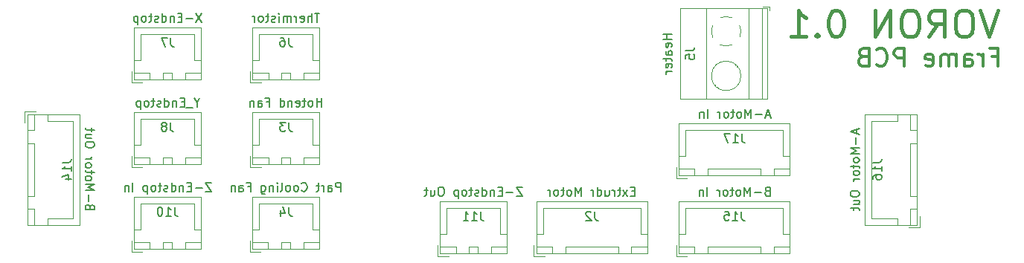
<source format=gbr>
%TF.GenerationSoftware,KiCad,Pcbnew,(6.0.0)*%
%TF.CreationDate,2022-01-12T18:20:28+01:00*%
%TF.ProjectId,Frame_PCB,4672616d-655f-4504-9342-2e6b69636164,rev?*%
%TF.SameCoordinates,Original*%
%TF.FileFunction,Legend,Bot*%
%TF.FilePolarity,Positive*%
%FSLAX46Y46*%
G04 Gerber Fmt 4.6, Leading zero omitted, Abs format (unit mm)*
G04 Created by KiCad (PCBNEW (6.0.0)) date 2022-01-12 18:20:28*
%MOMM*%
%LPD*%
G01*
G04 APERTURE LIST*
%ADD10C,0.150000*%
%ADD11C,0.450000*%
%ADD12C,0.300000*%
%ADD13C,0.120000*%
G04 APERTURE END LIST*
D10*
X56383428Y-106293904D02*
X56335809Y-106151047D01*
X56288190Y-106103428D01*
X56192952Y-106055809D01*
X56050095Y-106055809D01*
X55954857Y-106103428D01*
X55907238Y-106151047D01*
X55859619Y-106246285D01*
X55859619Y-106627238D01*
X56859619Y-106627238D01*
X56859619Y-106293904D01*
X56812000Y-106198666D01*
X56764380Y-106151047D01*
X56669142Y-106103428D01*
X56573904Y-106103428D01*
X56478666Y-106151047D01*
X56431047Y-106198666D01*
X56383428Y-106293904D01*
X56383428Y-106627238D01*
X56240571Y-105627238D02*
X56240571Y-104865333D01*
X55859619Y-104389142D02*
X56859619Y-104389142D01*
X56145333Y-104055809D01*
X56859619Y-103722476D01*
X55859619Y-103722476D01*
X55859619Y-103103428D02*
X55907238Y-103198666D01*
X55954857Y-103246285D01*
X56050095Y-103293904D01*
X56335809Y-103293904D01*
X56431047Y-103246285D01*
X56478666Y-103198666D01*
X56526285Y-103103428D01*
X56526285Y-102960571D01*
X56478666Y-102865333D01*
X56431047Y-102817714D01*
X56335809Y-102770095D01*
X56050095Y-102770095D01*
X55954857Y-102817714D01*
X55907238Y-102865333D01*
X55859619Y-102960571D01*
X55859619Y-103103428D01*
X56526285Y-102484380D02*
X56526285Y-102103428D01*
X56859619Y-102341523D02*
X56002476Y-102341523D01*
X55907238Y-102293904D01*
X55859619Y-102198666D01*
X55859619Y-102103428D01*
X55859619Y-101627238D02*
X55907238Y-101722476D01*
X55954857Y-101770095D01*
X56050095Y-101817714D01*
X56335809Y-101817714D01*
X56431047Y-101770095D01*
X56478666Y-101722476D01*
X56526285Y-101627238D01*
X56526285Y-101484380D01*
X56478666Y-101389142D01*
X56431047Y-101341523D01*
X56335809Y-101293904D01*
X56050095Y-101293904D01*
X55954857Y-101341523D01*
X55907238Y-101389142D01*
X55859619Y-101484380D01*
X55859619Y-101627238D01*
X55859619Y-100865333D02*
X56526285Y-100865333D01*
X56335809Y-100865333D02*
X56431047Y-100817714D01*
X56478666Y-100770095D01*
X56526285Y-100674857D01*
X56526285Y-100579619D01*
X56859619Y-99293904D02*
X56859619Y-99103428D01*
X56812000Y-99008190D01*
X56716761Y-98912952D01*
X56526285Y-98865333D01*
X56192952Y-98865333D01*
X56002476Y-98912952D01*
X55907238Y-99008190D01*
X55859619Y-99103428D01*
X55859619Y-99293904D01*
X55907238Y-99389142D01*
X56002476Y-99484380D01*
X56192952Y-99532000D01*
X56526285Y-99532000D01*
X56716761Y-99484380D01*
X56812000Y-99389142D01*
X56859619Y-99293904D01*
X56526285Y-98008190D02*
X55859619Y-98008190D01*
X56526285Y-98436761D02*
X56002476Y-98436761D01*
X55907238Y-98389142D01*
X55859619Y-98293904D01*
X55859619Y-98151047D01*
X55907238Y-98055809D01*
X55954857Y-98008190D01*
X56526285Y-97674857D02*
X56526285Y-97293904D01*
X56859619Y-97532000D02*
X56002476Y-97532000D01*
X55907238Y-97484380D01*
X55859619Y-97389142D01*
X55859619Y-97293904D01*
X122550380Y-86628523D02*
X121550380Y-86628523D01*
X122026571Y-86628523D02*
X122026571Y-87199952D01*
X122550380Y-87199952D02*
X121550380Y-87199952D01*
X122502761Y-88057095D02*
X122550380Y-87961857D01*
X122550380Y-87771380D01*
X122502761Y-87676142D01*
X122407523Y-87628523D01*
X122026571Y-87628523D01*
X121931333Y-87676142D01*
X121883714Y-87771380D01*
X121883714Y-87961857D01*
X121931333Y-88057095D01*
X122026571Y-88104714D01*
X122121809Y-88104714D01*
X122217047Y-87628523D01*
X122550380Y-88961857D02*
X122026571Y-88961857D01*
X121931333Y-88914238D01*
X121883714Y-88819000D01*
X121883714Y-88628523D01*
X121931333Y-88533285D01*
X122502761Y-88961857D02*
X122550380Y-88866619D01*
X122550380Y-88628523D01*
X122502761Y-88533285D01*
X122407523Y-88485666D01*
X122312285Y-88485666D01*
X122217047Y-88533285D01*
X122169428Y-88628523D01*
X122169428Y-88866619D01*
X122121809Y-88961857D01*
X121883714Y-89295190D02*
X121883714Y-89676142D01*
X121550380Y-89438047D02*
X122407523Y-89438047D01*
X122502761Y-89485666D01*
X122550380Y-89580904D01*
X122550380Y-89676142D01*
X122502761Y-90390428D02*
X122550380Y-90295190D01*
X122550380Y-90104714D01*
X122502761Y-90009476D01*
X122407523Y-89961857D01*
X122026571Y-89961857D01*
X121931333Y-90009476D01*
X121883714Y-90104714D01*
X121883714Y-90295190D01*
X121931333Y-90390428D01*
X122026571Y-90438047D01*
X122121809Y-90438047D01*
X122217047Y-89961857D01*
X122550380Y-90866619D02*
X121883714Y-90866619D01*
X122074190Y-90866619D02*
X121978952Y-90914238D01*
X121931333Y-90961857D01*
X121883714Y-91057095D01*
X121883714Y-91152333D01*
X70178190Y-103516380D02*
X69511523Y-103516380D01*
X70178190Y-104516380D01*
X69511523Y-104516380D01*
X69130571Y-104135428D02*
X68368666Y-104135428D01*
X67892476Y-103992571D02*
X67559142Y-103992571D01*
X67416285Y-104516380D02*
X67892476Y-104516380D01*
X67892476Y-103516380D01*
X67416285Y-103516380D01*
X66987714Y-103849714D02*
X66987714Y-104516380D01*
X66987714Y-103944952D02*
X66940095Y-103897333D01*
X66844857Y-103849714D01*
X66702000Y-103849714D01*
X66606761Y-103897333D01*
X66559142Y-103992571D01*
X66559142Y-104516380D01*
X65654380Y-104516380D02*
X65654380Y-103516380D01*
X65654380Y-104468761D02*
X65749619Y-104516380D01*
X65940095Y-104516380D01*
X66035333Y-104468761D01*
X66082952Y-104421142D01*
X66130571Y-104325904D01*
X66130571Y-104040190D01*
X66082952Y-103944952D01*
X66035333Y-103897333D01*
X65940095Y-103849714D01*
X65749619Y-103849714D01*
X65654380Y-103897333D01*
X65225809Y-104468761D02*
X65130571Y-104516380D01*
X64940095Y-104516380D01*
X64844857Y-104468761D01*
X64797238Y-104373523D01*
X64797238Y-104325904D01*
X64844857Y-104230666D01*
X64940095Y-104183047D01*
X65082952Y-104183047D01*
X65178190Y-104135428D01*
X65225809Y-104040190D01*
X65225809Y-103992571D01*
X65178190Y-103897333D01*
X65082952Y-103849714D01*
X64940095Y-103849714D01*
X64844857Y-103897333D01*
X64511523Y-103849714D02*
X64130571Y-103849714D01*
X64368666Y-103516380D02*
X64368666Y-104373523D01*
X64321047Y-104468761D01*
X64225809Y-104516380D01*
X64130571Y-104516380D01*
X63654380Y-104516380D02*
X63749619Y-104468761D01*
X63797238Y-104421142D01*
X63844857Y-104325904D01*
X63844857Y-104040190D01*
X63797238Y-103944952D01*
X63749619Y-103897333D01*
X63654380Y-103849714D01*
X63511523Y-103849714D01*
X63416285Y-103897333D01*
X63368666Y-103944952D01*
X63321047Y-104040190D01*
X63321047Y-104325904D01*
X63368666Y-104421142D01*
X63416285Y-104468761D01*
X63511523Y-104516380D01*
X63654380Y-104516380D01*
X62892476Y-103849714D02*
X62892476Y-104849714D01*
X62892476Y-103897333D02*
X62797238Y-103849714D01*
X62606761Y-103849714D01*
X62511523Y-103897333D01*
X62463904Y-103944952D01*
X62416285Y-104040190D01*
X62416285Y-104325904D01*
X62463904Y-104421142D01*
X62511523Y-104468761D01*
X62606761Y-104516380D01*
X62797238Y-104516380D01*
X62892476Y-104468761D01*
X61225809Y-104516380D02*
X61225809Y-103516380D01*
X60749619Y-103849714D02*
X60749619Y-104516380D01*
X60749619Y-103944952D02*
X60702000Y-103897333D01*
X60606761Y-103849714D01*
X60463904Y-103849714D01*
X60368666Y-103897333D01*
X60321047Y-103992571D01*
X60321047Y-104516380D01*
X143600666Y-97460571D02*
X143600666Y-97936761D01*
X143886380Y-97365333D02*
X142886380Y-97698666D01*
X143886380Y-98032000D01*
X143505428Y-98365333D02*
X143505428Y-99127238D01*
X143886380Y-99603428D02*
X142886380Y-99603428D01*
X143600666Y-99936761D01*
X142886380Y-100270095D01*
X143886380Y-100270095D01*
X143886380Y-100889142D02*
X143838761Y-100793904D01*
X143791142Y-100746285D01*
X143695904Y-100698666D01*
X143410190Y-100698666D01*
X143314952Y-100746285D01*
X143267333Y-100793904D01*
X143219714Y-100889142D01*
X143219714Y-101032000D01*
X143267333Y-101127238D01*
X143314952Y-101174857D01*
X143410190Y-101222476D01*
X143695904Y-101222476D01*
X143791142Y-101174857D01*
X143838761Y-101127238D01*
X143886380Y-101032000D01*
X143886380Y-100889142D01*
X143219714Y-101508190D02*
X143219714Y-101889142D01*
X142886380Y-101651047D02*
X143743523Y-101651047D01*
X143838761Y-101698666D01*
X143886380Y-101793904D01*
X143886380Y-101889142D01*
X143886380Y-102365333D02*
X143838761Y-102270095D01*
X143791142Y-102222476D01*
X143695904Y-102174857D01*
X143410190Y-102174857D01*
X143314952Y-102222476D01*
X143267333Y-102270095D01*
X143219714Y-102365333D01*
X143219714Y-102508190D01*
X143267333Y-102603428D01*
X143314952Y-102651047D01*
X143410190Y-102698666D01*
X143695904Y-102698666D01*
X143791142Y-102651047D01*
X143838761Y-102603428D01*
X143886380Y-102508190D01*
X143886380Y-102365333D01*
X143886380Y-103127238D02*
X143219714Y-103127238D01*
X143410190Y-103127238D02*
X143314952Y-103174857D01*
X143267333Y-103222476D01*
X143219714Y-103317714D01*
X143219714Y-103412952D01*
X142886380Y-104698666D02*
X142886380Y-104889142D01*
X142934000Y-104984380D01*
X143029238Y-105079619D01*
X143219714Y-105127238D01*
X143553047Y-105127238D01*
X143743523Y-105079619D01*
X143838761Y-104984380D01*
X143886380Y-104889142D01*
X143886380Y-104698666D01*
X143838761Y-104603428D01*
X143743523Y-104508190D01*
X143553047Y-104460571D01*
X143219714Y-104460571D01*
X143029238Y-104508190D01*
X142934000Y-104603428D01*
X142886380Y-104698666D01*
X143219714Y-105984380D02*
X143886380Y-105984380D01*
X143219714Y-105555809D02*
X143743523Y-105555809D01*
X143838761Y-105603428D01*
X143886380Y-105698666D01*
X143886380Y-105841523D01*
X143838761Y-105936761D01*
X143791142Y-105984380D01*
X143219714Y-106317714D02*
X143219714Y-106698666D01*
X142886380Y-106460571D02*
X143743523Y-106460571D01*
X143838761Y-106508190D01*
X143886380Y-106603428D01*
X143886380Y-106698666D01*
D11*
X159680571Y-83879142D02*
X158680571Y-86879142D01*
X157680571Y-83879142D01*
X156109142Y-83879142D02*
X155537714Y-83879142D01*
X155252000Y-84022000D01*
X154966285Y-84307714D01*
X154823428Y-84879142D01*
X154823428Y-85879142D01*
X154966285Y-86450571D01*
X155252000Y-86736285D01*
X155537714Y-86879142D01*
X156109142Y-86879142D01*
X156394857Y-86736285D01*
X156680571Y-86450571D01*
X156823428Y-85879142D01*
X156823428Y-84879142D01*
X156680571Y-84307714D01*
X156394857Y-84022000D01*
X156109142Y-83879142D01*
X151823428Y-86879142D02*
X152823428Y-85450571D01*
X153537714Y-86879142D02*
X153537714Y-83879142D01*
X152394857Y-83879142D01*
X152109142Y-84022000D01*
X151966285Y-84164857D01*
X151823428Y-84450571D01*
X151823428Y-84879142D01*
X151966285Y-85164857D01*
X152109142Y-85307714D01*
X152394857Y-85450571D01*
X153537714Y-85450571D01*
X149966285Y-83879142D02*
X149394857Y-83879142D01*
X149109142Y-84022000D01*
X148823428Y-84307714D01*
X148680571Y-84879142D01*
X148680571Y-85879142D01*
X148823428Y-86450571D01*
X149109142Y-86736285D01*
X149394857Y-86879142D01*
X149966285Y-86879142D01*
X150252000Y-86736285D01*
X150537714Y-86450571D01*
X150680571Y-85879142D01*
X150680571Y-84879142D01*
X150537714Y-84307714D01*
X150252000Y-84022000D01*
X149966285Y-83879142D01*
X147394857Y-86879142D02*
X147394857Y-83879142D01*
X145680571Y-86879142D01*
X145680571Y-83879142D01*
X141394857Y-83879142D02*
X141109142Y-83879142D01*
X140823428Y-84022000D01*
X140680571Y-84164857D01*
X140537714Y-84450571D01*
X140394857Y-85022000D01*
X140394857Y-85736285D01*
X140537714Y-86307714D01*
X140680571Y-86593428D01*
X140823428Y-86736285D01*
X141109142Y-86879142D01*
X141394857Y-86879142D01*
X141680571Y-86736285D01*
X141823428Y-86593428D01*
X141966285Y-86307714D01*
X142109142Y-85736285D01*
X142109142Y-85022000D01*
X141966285Y-84450571D01*
X141823428Y-84164857D01*
X141680571Y-84022000D01*
X141394857Y-83879142D01*
X139109142Y-86593428D02*
X138966285Y-86736285D01*
X139109142Y-86879142D01*
X139252000Y-86736285D01*
X139109142Y-86593428D01*
X139109142Y-86879142D01*
X136109142Y-86879142D02*
X137823428Y-86879142D01*
X136966285Y-86879142D02*
X136966285Y-83879142D01*
X137252000Y-84307714D01*
X137537714Y-84593428D01*
X137823428Y-84736285D01*
D10*
X82497333Y-84212380D02*
X81925904Y-84212380D01*
X82211619Y-85212380D02*
X82211619Y-84212380D01*
X81592571Y-85212380D02*
X81592571Y-84212380D01*
X81164000Y-85212380D02*
X81164000Y-84688571D01*
X81211619Y-84593333D01*
X81306857Y-84545714D01*
X81449714Y-84545714D01*
X81544952Y-84593333D01*
X81592571Y-84640952D01*
X80306857Y-85164761D02*
X80402095Y-85212380D01*
X80592571Y-85212380D01*
X80687809Y-85164761D01*
X80735428Y-85069523D01*
X80735428Y-84688571D01*
X80687809Y-84593333D01*
X80592571Y-84545714D01*
X80402095Y-84545714D01*
X80306857Y-84593333D01*
X80259238Y-84688571D01*
X80259238Y-84783809D01*
X80735428Y-84879047D01*
X79830666Y-85212380D02*
X79830666Y-84545714D01*
X79830666Y-84736190D02*
X79783047Y-84640952D01*
X79735428Y-84593333D01*
X79640190Y-84545714D01*
X79544952Y-84545714D01*
X79211619Y-85212380D02*
X79211619Y-84545714D01*
X79211619Y-84640952D02*
X79164000Y-84593333D01*
X79068761Y-84545714D01*
X78925904Y-84545714D01*
X78830666Y-84593333D01*
X78783047Y-84688571D01*
X78783047Y-85212380D01*
X78783047Y-84688571D02*
X78735428Y-84593333D01*
X78640190Y-84545714D01*
X78497333Y-84545714D01*
X78402095Y-84593333D01*
X78354476Y-84688571D01*
X78354476Y-85212380D01*
X77878285Y-85212380D02*
X77878285Y-84545714D01*
X77878285Y-84212380D02*
X77925904Y-84260000D01*
X77878285Y-84307619D01*
X77830666Y-84260000D01*
X77878285Y-84212380D01*
X77878285Y-84307619D01*
X77449714Y-85164761D02*
X77354476Y-85212380D01*
X77164000Y-85212380D01*
X77068761Y-85164761D01*
X77021142Y-85069523D01*
X77021142Y-85021904D01*
X77068761Y-84926666D01*
X77164000Y-84879047D01*
X77306857Y-84879047D01*
X77402095Y-84831428D01*
X77449714Y-84736190D01*
X77449714Y-84688571D01*
X77402095Y-84593333D01*
X77306857Y-84545714D01*
X77164000Y-84545714D01*
X77068761Y-84593333D01*
X76735428Y-84545714D02*
X76354476Y-84545714D01*
X76592571Y-84212380D02*
X76592571Y-85069523D01*
X76544952Y-85164761D01*
X76449714Y-85212380D01*
X76354476Y-85212380D01*
X75878285Y-85212380D02*
X75973523Y-85164761D01*
X76021142Y-85117142D01*
X76068761Y-85021904D01*
X76068761Y-84736190D01*
X76021142Y-84640952D01*
X75973523Y-84593333D01*
X75878285Y-84545714D01*
X75735428Y-84545714D01*
X75640190Y-84593333D01*
X75592571Y-84640952D01*
X75544952Y-84736190D01*
X75544952Y-85021904D01*
X75592571Y-85117142D01*
X75640190Y-85164761D01*
X75735428Y-85212380D01*
X75878285Y-85212380D01*
X75116380Y-85212380D02*
X75116380Y-84545714D01*
X75116380Y-84736190D02*
X75068761Y-84640952D01*
X75021142Y-84593333D01*
X74925904Y-84545714D01*
X74830666Y-84545714D01*
X82735428Y-94864380D02*
X82735428Y-93864380D01*
X82735428Y-94340571D02*
X82164000Y-94340571D01*
X82164000Y-94864380D02*
X82164000Y-93864380D01*
X81544952Y-94864380D02*
X81640190Y-94816761D01*
X81687809Y-94769142D01*
X81735428Y-94673904D01*
X81735428Y-94388190D01*
X81687809Y-94292952D01*
X81640190Y-94245333D01*
X81544952Y-94197714D01*
X81402095Y-94197714D01*
X81306857Y-94245333D01*
X81259238Y-94292952D01*
X81211619Y-94388190D01*
X81211619Y-94673904D01*
X81259238Y-94769142D01*
X81306857Y-94816761D01*
X81402095Y-94864380D01*
X81544952Y-94864380D01*
X80925904Y-94197714D02*
X80544952Y-94197714D01*
X80783047Y-93864380D02*
X80783047Y-94721523D01*
X80735428Y-94816761D01*
X80640190Y-94864380D01*
X80544952Y-94864380D01*
X79830666Y-94816761D02*
X79925904Y-94864380D01*
X80116380Y-94864380D01*
X80211619Y-94816761D01*
X80259238Y-94721523D01*
X80259238Y-94340571D01*
X80211619Y-94245333D01*
X80116380Y-94197714D01*
X79925904Y-94197714D01*
X79830666Y-94245333D01*
X79783047Y-94340571D01*
X79783047Y-94435809D01*
X80259238Y-94531047D01*
X79354476Y-94197714D02*
X79354476Y-94864380D01*
X79354476Y-94292952D02*
X79306857Y-94245333D01*
X79211619Y-94197714D01*
X79068761Y-94197714D01*
X78973523Y-94245333D01*
X78925904Y-94340571D01*
X78925904Y-94864380D01*
X78021142Y-94864380D02*
X78021142Y-93864380D01*
X78021142Y-94816761D02*
X78116380Y-94864380D01*
X78306857Y-94864380D01*
X78402095Y-94816761D01*
X78449714Y-94769142D01*
X78497333Y-94673904D01*
X78497333Y-94388190D01*
X78449714Y-94292952D01*
X78402095Y-94245333D01*
X78306857Y-94197714D01*
X78116380Y-94197714D01*
X78021142Y-94245333D01*
X76449714Y-94340571D02*
X76783047Y-94340571D01*
X76783047Y-94864380D02*
X76783047Y-93864380D01*
X76306857Y-93864380D01*
X75497333Y-94864380D02*
X75497333Y-94340571D01*
X75544952Y-94245333D01*
X75640190Y-94197714D01*
X75830666Y-94197714D01*
X75925904Y-94245333D01*
X75497333Y-94816761D02*
X75592571Y-94864380D01*
X75830666Y-94864380D01*
X75925904Y-94816761D01*
X75973523Y-94721523D01*
X75973523Y-94626285D01*
X75925904Y-94531047D01*
X75830666Y-94483428D01*
X75592571Y-94483428D01*
X75497333Y-94435809D01*
X75021142Y-94197714D02*
X75021142Y-94864380D01*
X75021142Y-94292952D02*
X74973523Y-94245333D01*
X74878285Y-94197714D01*
X74735428Y-94197714D01*
X74640190Y-94245333D01*
X74592571Y-94340571D01*
X74592571Y-94864380D01*
X133408476Y-104500571D02*
X133265619Y-104548190D01*
X133218000Y-104595809D01*
X133170380Y-104691047D01*
X133170380Y-104833904D01*
X133218000Y-104929142D01*
X133265619Y-104976761D01*
X133360857Y-105024380D01*
X133741809Y-105024380D01*
X133741809Y-104024380D01*
X133408476Y-104024380D01*
X133313238Y-104072000D01*
X133265619Y-104119619D01*
X133218000Y-104214857D01*
X133218000Y-104310095D01*
X133265619Y-104405333D01*
X133313238Y-104452952D01*
X133408476Y-104500571D01*
X133741809Y-104500571D01*
X132741809Y-104643428D02*
X131979904Y-104643428D01*
X131503714Y-105024380D02*
X131503714Y-104024380D01*
X131170380Y-104738666D01*
X130837047Y-104024380D01*
X130837047Y-105024380D01*
X130218000Y-105024380D02*
X130313238Y-104976761D01*
X130360857Y-104929142D01*
X130408476Y-104833904D01*
X130408476Y-104548190D01*
X130360857Y-104452952D01*
X130313238Y-104405333D01*
X130218000Y-104357714D01*
X130075142Y-104357714D01*
X129979904Y-104405333D01*
X129932285Y-104452952D01*
X129884666Y-104548190D01*
X129884666Y-104833904D01*
X129932285Y-104929142D01*
X129979904Y-104976761D01*
X130075142Y-105024380D01*
X130218000Y-105024380D01*
X129598952Y-104357714D02*
X129218000Y-104357714D01*
X129456095Y-104024380D02*
X129456095Y-104881523D01*
X129408476Y-104976761D01*
X129313238Y-105024380D01*
X129218000Y-105024380D01*
X128741809Y-105024380D02*
X128837047Y-104976761D01*
X128884666Y-104929142D01*
X128932285Y-104833904D01*
X128932285Y-104548190D01*
X128884666Y-104452952D01*
X128837047Y-104405333D01*
X128741809Y-104357714D01*
X128598952Y-104357714D01*
X128503714Y-104405333D01*
X128456095Y-104452952D01*
X128408476Y-104548190D01*
X128408476Y-104833904D01*
X128456095Y-104929142D01*
X128503714Y-104976761D01*
X128598952Y-105024380D01*
X128741809Y-105024380D01*
X127979904Y-105024380D02*
X127979904Y-104357714D01*
X127979904Y-104548190D02*
X127932285Y-104452952D01*
X127884666Y-104405333D01*
X127789428Y-104357714D01*
X127694190Y-104357714D01*
X126598952Y-105024380D02*
X126598952Y-104024380D01*
X126122761Y-104357714D02*
X126122761Y-105024380D01*
X126122761Y-104452952D02*
X126075142Y-104405333D01*
X125979904Y-104357714D01*
X125837047Y-104357714D01*
X125741809Y-104405333D01*
X125694190Y-104500571D01*
X125694190Y-105024380D01*
X118342952Y-104500571D02*
X118009619Y-104500571D01*
X117866761Y-105024380D02*
X118342952Y-105024380D01*
X118342952Y-104024380D01*
X117866761Y-104024380D01*
X117533428Y-105024380D02*
X117009619Y-104357714D01*
X117533428Y-104357714D02*
X117009619Y-105024380D01*
X116771523Y-104357714D02*
X116390571Y-104357714D01*
X116628666Y-104024380D02*
X116628666Y-104881523D01*
X116581047Y-104976761D01*
X116485809Y-105024380D01*
X116390571Y-105024380D01*
X116057238Y-105024380D02*
X116057238Y-104357714D01*
X116057238Y-104548190D02*
X116009619Y-104452952D01*
X115962000Y-104405333D01*
X115866761Y-104357714D01*
X115771523Y-104357714D01*
X115009619Y-104357714D02*
X115009619Y-105024380D01*
X115438190Y-104357714D02*
X115438190Y-104881523D01*
X115390571Y-104976761D01*
X115295333Y-105024380D01*
X115152476Y-105024380D01*
X115057238Y-104976761D01*
X115009619Y-104929142D01*
X114104857Y-105024380D02*
X114104857Y-104024380D01*
X114104857Y-104976761D02*
X114200095Y-105024380D01*
X114390571Y-105024380D01*
X114485809Y-104976761D01*
X114533428Y-104929142D01*
X114581047Y-104833904D01*
X114581047Y-104548190D01*
X114533428Y-104452952D01*
X114485809Y-104405333D01*
X114390571Y-104357714D01*
X114200095Y-104357714D01*
X114104857Y-104405333D01*
X113628666Y-105024380D02*
X113628666Y-104357714D01*
X113628666Y-104548190D02*
X113581047Y-104452952D01*
X113533428Y-104405333D01*
X113438190Y-104357714D01*
X113342952Y-104357714D01*
X112247714Y-105024380D02*
X112247714Y-104024380D01*
X111914380Y-104738666D01*
X111581047Y-104024380D01*
X111581047Y-105024380D01*
X110962000Y-105024380D02*
X111057238Y-104976761D01*
X111104857Y-104929142D01*
X111152476Y-104833904D01*
X111152476Y-104548190D01*
X111104857Y-104452952D01*
X111057238Y-104405333D01*
X110962000Y-104357714D01*
X110819142Y-104357714D01*
X110723904Y-104405333D01*
X110676285Y-104452952D01*
X110628666Y-104548190D01*
X110628666Y-104833904D01*
X110676285Y-104929142D01*
X110723904Y-104976761D01*
X110819142Y-105024380D01*
X110962000Y-105024380D01*
X110342952Y-104357714D02*
X109962000Y-104357714D01*
X110200095Y-104024380D02*
X110200095Y-104881523D01*
X110152476Y-104976761D01*
X110057238Y-105024380D01*
X109962000Y-105024380D01*
X109485809Y-105024380D02*
X109581047Y-104976761D01*
X109628666Y-104929142D01*
X109676285Y-104833904D01*
X109676285Y-104548190D01*
X109628666Y-104452952D01*
X109581047Y-104405333D01*
X109485809Y-104357714D01*
X109342952Y-104357714D01*
X109247714Y-104405333D01*
X109200095Y-104452952D01*
X109152476Y-104548190D01*
X109152476Y-104833904D01*
X109200095Y-104929142D01*
X109247714Y-104976761D01*
X109342952Y-105024380D01*
X109485809Y-105024380D01*
X108723904Y-105024380D02*
X108723904Y-104357714D01*
X108723904Y-104548190D02*
X108676285Y-104452952D01*
X108628666Y-104405333D01*
X108533428Y-104357714D01*
X108438190Y-104357714D01*
X105547619Y-104024380D02*
X104880952Y-104024380D01*
X105547619Y-105024380D01*
X104880952Y-105024380D01*
X104500000Y-104643428D02*
X103738095Y-104643428D01*
X103261904Y-104500571D02*
X102928571Y-104500571D01*
X102785714Y-105024380D02*
X103261904Y-105024380D01*
X103261904Y-104024380D01*
X102785714Y-104024380D01*
X102357142Y-104357714D02*
X102357142Y-105024380D01*
X102357142Y-104452952D02*
X102309523Y-104405333D01*
X102214285Y-104357714D01*
X102071428Y-104357714D01*
X101976190Y-104405333D01*
X101928571Y-104500571D01*
X101928571Y-105024380D01*
X101023809Y-105024380D02*
X101023809Y-104024380D01*
X101023809Y-104976761D02*
X101119047Y-105024380D01*
X101309523Y-105024380D01*
X101404761Y-104976761D01*
X101452380Y-104929142D01*
X101500000Y-104833904D01*
X101500000Y-104548190D01*
X101452380Y-104452952D01*
X101404761Y-104405333D01*
X101309523Y-104357714D01*
X101119047Y-104357714D01*
X101023809Y-104405333D01*
X100595238Y-104976761D02*
X100500000Y-105024380D01*
X100309523Y-105024380D01*
X100214285Y-104976761D01*
X100166666Y-104881523D01*
X100166666Y-104833904D01*
X100214285Y-104738666D01*
X100309523Y-104691047D01*
X100452380Y-104691047D01*
X100547619Y-104643428D01*
X100595238Y-104548190D01*
X100595238Y-104500571D01*
X100547619Y-104405333D01*
X100452380Y-104357714D01*
X100309523Y-104357714D01*
X100214285Y-104405333D01*
X99880952Y-104357714D02*
X99500000Y-104357714D01*
X99738095Y-104024380D02*
X99738095Y-104881523D01*
X99690476Y-104976761D01*
X99595238Y-105024380D01*
X99500000Y-105024380D01*
X99023809Y-105024380D02*
X99119047Y-104976761D01*
X99166666Y-104929142D01*
X99214285Y-104833904D01*
X99214285Y-104548190D01*
X99166666Y-104452952D01*
X99119047Y-104405333D01*
X99023809Y-104357714D01*
X98880952Y-104357714D01*
X98785714Y-104405333D01*
X98738095Y-104452952D01*
X98690476Y-104548190D01*
X98690476Y-104833904D01*
X98738095Y-104929142D01*
X98785714Y-104976761D01*
X98880952Y-105024380D01*
X99023809Y-105024380D01*
X98261904Y-104357714D02*
X98261904Y-105357714D01*
X98261904Y-104405333D02*
X98166666Y-104357714D01*
X97976190Y-104357714D01*
X97880952Y-104405333D01*
X97833333Y-104452952D01*
X97785714Y-104548190D01*
X97785714Y-104833904D01*
X97833333Y-104929142D01*
X97880952Y-104976761D01*
X97976190Y-105024380D01*
X98166666Y-105024380D01*
X98261904Y-104976761D01*
X96404761Y-104024380D02*
X96214285Y-104024380D01*
X96119047Y-104072000D01*
X96023809Y-104167238D01*
X95976190Y-104357714D01*
X95976190Y-104691047D01*
X96023809Y-104881523D01*
X96119047Y-104976761D01*
X96214285Y-105024380D01*
X96404761Y-105024380D01*
X96500000Y-104976761D01*
X96595238Y-104881523D01*
X96642857Y-104691047D01*
X96642857Y-104357714D01*
X96595238Y-104167238D01*
X96500000Y-104072000D01*
X96404761Y-104024380D01*
X95119047Y-104357714D02*
X95119047Y-105024380D01*
X95547619Y-104357714D02*
X95547619Y-104881523D01*
X95500000Y-104976761D01*
X95404761Y-105024380D01*
X95261904Y-105024380D01*
X95166666Y-104976761D01*
X95119047Y-104929142D01*
X94785714Y-104357714D02*
X94404761Y-104357714D01*
X94642857Y-104024380D02*
X94642857Y-104881523D01*
X94595238Y-104976761D01*
X94500000Y-105024380D01*
X94404761Y-105024380D01*
X68535333Y-94388190D02*
X68535333Y-94864380D01*
X68868666Y-93864380D02*
X68535333Y-94388190D01*
X68202000Y-93864380D01*
X68106761Y-94959619D02*
X67344857Y-94959619D01*
X67106761Y-94340571D02*
X66773428Y-94340571D01*
X66630571Y-94864380D02*
X67106761Y-94864380D01*
X67106761Y-93864380D01*
X66630571Y-93864380D01*
X66202000Y-94197714D02*
X66202000Y-94864380D01*
X66202000Y-94292952D02*
X66154380Y-94245333D01*
X66059142Y-94197714D01*
X65916285Y-94197714D01*
X65821047Y-94245333D01*
X65773428Y-94340571D01*
X65773428Y-94864380D01*
X64868666Y-94864380D02*
X64868666Y-93864380D01*
X64868666Y-94816761D02*
X64963904Y-94864380D01*
X65154380Y-94864380D01*
X65249619Y-94816761D01*
X65297238Y-94769142D01*
X65344857Y-94673904D01*
X65344857Y-94388190D01*
X65297238Y-94292952D01*
X65249619Y-94245333D01*
X65154380Y-94197714D01*
X64963904Y-94197714D01*
X64868666Y-94245333D01*
X64440095Y-94816761D02*
X64344857Y-94864380D01*
X64154380Y-94864380D01*
X64059142Y-94816761D01*
X64011523Y-94721523D01*
X64011523Y-94673904D01*
X64059142Y-94578666D01*
X64154380Y-94531047D01*
X64297238Y-94531047D01*
X64392476Y-94483428D01*
X64440095Y-94388190D01*
X64440095Y-94340571D01*
X64392476Y-94245333D01*
X64297238Y-94197714D01*
X64154380Y-94197714D01*
X64059142Y-94245333D01*
X63725809Y-94197714D02*
X63344857Y-94197714D01*
X63582952Y-93864380D02*
X63582952Y-94721523D01*
X63535333Y-94816761D01*
X63440095Y-94864380D01*
X63344857Y-94864380D01*
X62868666Y-94864380D02*
X62963904Y-94816761D01*
X63011523Y-94769142D01*
X63059142Y-94673904D01*
X63059142Y-94388190D01*
X63011523Y-94292952D01*
X62963904Y-94245333D01*
X62868666Y-94197714D01*
X62725809Y-94197714D01*
X62630571Y-94245333D01*
X62582952Y-94292952D01*
X62535333Y-94388190D01*
X62535333Y-94673904D01*
X62582952Y-94769142D01*
X62630571Y-94816761D01*
X62725809Y-94864380D01*
X62868666Y-94864380D01*
X62106761Y-94197714D02*
X62106761Y-95197714D01*
X62106761Y-94245333D02*
X62011523Y-94197714D01*
X61821047Y-94197714D01*
X61725809Y-94245333D01*
X61678190Y-94292952D01*
X61630571Y-94388190D01*
X61630571Y-94673904D01*
X61678190Y-94769142D01*
X61725809Y-94816761D01*
X61821047Y-94864380D01*
X62011523Y-94864380D01*
X62106761Y-94816761D01*
X84878285Y-104516380D02*
X84878285Y-103516380D01*
X84497333Y-103516380D01*
X84402095Y-103564000D01*
X84354476Y-103611619D01*
X84306857Y-103706857D01*
X84306857Y-103849714D01*
X84354476Y-103944952D01*
X84402095Y-103992571D01*
X84497333Y-104040190D01*
X84878285Y-104040190D01*
X83449714Y-104516380D02*
X83449714Y-103992571D01*
X83497333Y-103897333D01*
X83592571Y-103849714D01*
X83783047Y-103849714D01*
X83878285Y-103897333D01*
X83449714Y-104468761D02*
X83544952Y-104516380D01*
X83783047Y-104516380D01*
X83878285Y-104468761D01*
X83925904Y-104373523D01*
X83925904Y-104278285D01*
X83878285Y-104183047D01*
X83783047Y-104135428D01*
X83544952Y-104135428D01*
X83449714Y-104087809D01*
X82973523Y-104516380D02*
X82973523Y-103849714D01*
X82973523Y-104040190D02*
X82925904Y-103944952D01*
X82878285Y-103897333D01*
X82783047Y-103849714D01*
X82687809Y-103849714D01*
X82497333Y-103849714D02*
X82116380Y-103849714D01*
X82354476Y-103516380D02*
X82354476Y-104373523D01*
X82306857Y-104468761D01*
X82211619Y-104516380D01*
X82116380Y-104516380D01*
X80449714Y-104421142D02*
X80497333Y-104468761D01*
X80640190Y-104516380D01*
X80735428Y-104516380D01*
X80878285Y-104468761D01*
X80973523Y-104373523D01*
X81021142Y-104278285D01*
X81068761Y-104087809D01*
X81068761Y-103944952D01*
X81021142Y-103754476D01*
X80973523Y-103659238D01*
X80878285Y-103564000D01*
X80735428Y-103516380D01*
X80640190Y-103516380D01*
X80497333Y-103564000D01*
X80449714Y-103611619D01*
X79878285Y-104516380D02*
X79973523Y-104468761D01*
X80021142Y-104421142D01*
X80068761Y-104325904D01*
X80068761Y-104040190D01*
X80021142Y-103944952D01*
X79973523Y-103897333D01*
X79878285Y-103849714D01*
X79735428Y-103849714D01*
X79640190Y-103897333D01*
X79592571Y-103944952D01*
X79544952Y-104040190D01*
X79544952Y-104325904D01*
X79592571Y-104421142D01*
X79640190Y-104468761D01*
X79735428Y-104516380D01*
X79878285Y-104516380D01*
X78973523Y-104516380D02*
X79068761Y-104468761D01*
X79116380Y-104421142D01*
X79164000Y-104325904D01*
X79164000Y-104040190D01*
X79116380Y-103944952D01*
X79068761Y-103897333D01*
X78973523Y-103849714D01*
X78830666Y-103849714D01*
X78735428Y-103897333D01*
X78687809Y-103944952D01*
X78640190Y-104040190D01*
X78640190Y-104325904D01*
X78687809Y-104421142D01*
X78735428Y-104468761D01*
X78830666Y-104516380D01*
X78973523Y-104516380D01*
X78068761Y-104516380D02*
X78164000Y-104468761D01*
X78211619Y-104373523D01*
X78211619Y-103516380D01*
X77687809Y-104516380D02*
X77687809Y-103849714D01*
X77687809Y-103516380D02*
X77735428Y-103564000D01*
X77687809Y-103611619D01*
X77640190Y-103564000D01*
X77687809Y-103516380D01*
X77687809Y-103611619D01*
X77211619Y-103849714D02*
X77211619Y-104516380D01*
X77211619Y-103944952D02*
X77164000Y-103897333D01*
X77068761Y-103849714D01*
X76925904Y-103849714D01*
X76830666Y-103897333D01*
X76783047Y-103992571D01*
X76783047Y-104516380D01*
X75878285Y-103849714D02*
X75878285Y-104659238D01*
X75925904Y-104754476D01*
X75973523Y-104802095D01*
X76068761Y-104849714D01*
X76211619Y-104849714D01*
X76306857Y-104802095D01*
X75878285Y-104468761D02*
X75973523Y-104516380D01*
X76164000Y-104516380D01*
X76259238Y-104468761D01*
X76306857Y-104421142D01*
X76354476Y-104325904D01*
X76354476Y-104040190D01*
X76306857Y-103944952D01*
X76259238Y-103897333D01*
X76164000Y-103849714D01*
X75973523Y-103849714D01*
X75878285Y-103897333D01*
X74306857Y-103992571D02*
X74640190Y-103992571D01*
X74640190Y-104516380D02*
X74640190Y-103516380D01*
X74164000Y-103516380D01*
X73354476Y-104516380D02*
X73354476Y-103992571D01*
X73402095Y-103897333D01*
X73497333Y-103849714D01*
X73687809Y-103849714D01*
X73783047Y-103897333D01*
X73354476Y-104468761D02*
X73449714Y-104516380D01*
X73687809Y-104516380D01*
X73783047Y-104468761D01*
X73830666Y-104373523D01*
X73830666Y-104278285D01*
X73783047Y-104183047D01*
X73687809Y-104135428D01*
X73449714Y-104135428D01*
X73354476Y-104087809D01*
X72878285Y-103849714D02*
X72878285Y-104516380D01*
X72878285Y-103944952D02*
X72830666Y-103897333D01*
X72735428Y-103849714D01*
X72592571Y-103849714D01*
X72497333Y-103897333D01*
X72449714Y-103992571D01*
X72449714Y-104516380D01*
X69106761Y-84212380D02*
X68440095Y-85212380D01*
X68440095Y-84212380D02*
X69106761Y-85212380D01*
X68059142Y-84831428D02*
X67297238Y-84831428D01*
X66821047Y-84688571D02*
X66487714Y-84688571D01*
X66344857Y-85212380D02*
X66821047Y-85212380D01*
X66821047Y-84212380D01*
X66344857Y-84212380D01*
X65916285Y-84545714D02*
X65916285Y-85212380D01*
X65916285Y-84640952D02*
X65868666Y-84593333D01*
X65773428Y-84545714D01*
X65630571Y-84545714D01*
X65535333Y-84593333D01*
X65487714Y-84688571D01*
X65487714Y-85212380D01*
X64582952Y-85212380D02*
X64582952Y-84212380D01*
X64582952Y-85164761D02*
X64678190Y-85212380D01*
X64868666Y-85212380D01*
X64963904Y-85164761D01*
X65011523Y-85117142D01*
X65059142Y-85021904D01*
X65059142Y-84736190D01*
X65011523Y-84640952D01*
X64963904Y-84593333D01*
X64868666Y-84545714D01*
X64678190Y-84545714D01*
X64582952Y-84593333D01*
X64154380Y-85164761D02*
X64059142Y-85212380D01*
X63868666Y-85212380D01*
X63773428Y-85164761D01*
X63725809Y-85069523D01*
X63725809Y-85021904D01*
X63773428Y-84926666D01*
X63868666Y-84879047D01*
X64011523Y-84879047D01*
X64106761Y-84831428D01*
X64154380Y-84736190D01*
X64154380Y-84688571D01*
X64106761Y-84593333D01*
X64011523Y-84545714D01*
X63868666Y-84545714D01*
X63773428Y-84593333D01*
X63440095Y-84545714D02*
X63059142Y-84545714D01*
X63297238Y-84212380D02*
X63297238Y-85069523D01*
X63249619Y-85164761D01*
X63154380Y-85212380D01*
X63059142Y-85212380D01*
X62582952Y-85212380D02*
X62678190Y-85164761D01*
X62725809Y-85117142D01*
X62773428Y-85021904D01*
X62773428Y-84736190D01*
X62725809Y-84640952D01*
X62678190Y-84593333D01*
X62582952Y-84545714D01*
X62440095Y-84545714D01*
X62344857Y-84593333D01*
X62297238Y-84640952D01*
X62249619Y-84736190D01*
X62249619Y-85021904D01*
X62297238Y-85117142D01*
X62344857Y-85164761D01*
X62440095Y-85212380D01*
X62582952Y-85212380D01*
X61821047Y-84545714D02*
X61821047Y-85545714D01*
X61821047Y-84593333D02*
X61725809Y-84545714D01*
X61535333Y-84545714D01*
X61440095Y-84593333D01*
X61392476Y-84640952D01*
X61344857Y-84736190D01*
X61344857Y-85021904D01*
X61392476Y-85117142D01*
X61440095Y-85164761D01*
X61535333Y-85212380D01*
X61725809Y-85212380D01*
X61821047Y-85164761D01*
X133718000Y-95848666D02*
X133241809Y-95848666D01*
X133813238Y-96134380D02*
X133479904Y-95134380D01*
X133146571Y-96134380D01*
X132813238Y-95753428D02*
X132051333Y-95753428D01*
X131575142Y-96134380D02*
X131575142Y-95134380D01*
X131241809Y-95848666D01*
X130908476Y-95134380D01*
X130908476Y-96134380D01*
X130289428Y-96134380D02*
X130384666Y-96086761D01*
X130432285Y-96039142D01*
X130479904Y-95943904D01*
X130479904Y-95658190D01*
X130432285Y-95562952D01*
X130384666Y-95515333D01*
X130289428Y-95467714D01*
X130146571Y-95467714D01*
X130051333Y-95515333D01*
X130003714Y-95562952D01*
X129956095Y-95658190D01*
X129956095Y-95943904D01*
X130003714Y-96039142D01*
X130051333Y-96086761D01*
X130146571Y-96134380D01*
X130289428Y-96134380D01*
X129670380Y-95467714D02*
X129289428Y-95467714D01*
X129527523Y-95134380D02*
X129527523Y-95991523D01*
X129479904Y-96086761D01*
X129384666Y-96134380D01*
X129289428Y-96134380D01*
X128813238Y-96134380D02*
X128908476Y-96086761D01*
X128956095Y-96039142D01*
X129003714Y-95943904D01*
X129003714Y-95658190D01*
X128956095Y-95562952D01*
X128908476Y-95515333D01*
X128813238Y-95467714D01*
X128670380Y-95467714D01*
X128575142Y-95515333D01*
X128527523Y-95562952D01*
X128479904Y-95658190D01*
X128479904Y-95943904D01*
X128527523Y-96039142D01*
X128575142Y-96086761D01*
X128670380Y-96134380D01*
X128813238Y-96134380D01*
X128051333Y-96134380D02*
X128051333Y-95467714D01*
X128051333Y-95658190D02*
X128003714Y-95562952D01*
X127956095Y-95515333D01*
X127860857Y-95467714D01*
X127765619Y-95467714D01*
X126670380Y-96134380D02*
X126670380Y-95134380D01*
X126194190Y-95467714D02*
X126194190Y-96134380D01*
X126194190Y-95562952D02*
X126146571Y-95515333D01*
X126051333Y-95467714D01*
X125908476Y-95467714D01*
X125813238Y-95515333D01*
X125765619Y-95610571D01*
X125765619Y-96134380D01*
D12*
X159006476Y-89189142D02*
X159673142Y-89189142D01*
X159673142Y-90236761D02*
X159673142Y-88236761D01*
X158720761Y-88236761D01*
X157958857Y-90236761D02*
X157958857Y-88903428D01*
X157958857Y-89284380D02*
X157863619Y-89093904D01*
X157768380Y-88998666D01*
X157577904Y-88903428D01*
X157387428Y-88903428D01*
X155863619Y-90236761D02*
X155863619Y-89189142D01*
X155958857Y-88998666D01*
X156149333Y-88903428D01*
X156530285Y-88903428D01*
X156720761Y-88998666D01*
X155863619Y-90141523D02*
X156054095Y-90236761D01*
X156530285Y-90236761D01*
X156720761Y-90141523D01*
X156816000Y-89951047D01*
X156816000Y-89760571D01*
X156720761Y-89570095D01*
X156530285Y-89474857D01*
X156054095Y-89474857D01*
X155863619Y-89379619D01*
X154911238Y-90236761D02*
X154911238Y-88903428D01*
X154911238Y-89093904D02*
X154816000Y-88998666D01*
X154625523Y-88903428D01*
X154339809Y-88903428D01*
X154149333Y-88998666D01*
X154054095Y-89189142D01*
X154054095Y-90236761D01*
X154054095Y-89189142D02*
X153958857Y-88998666D01*
X153768380Y-88903428D01*
X153482666Y-88903428D01*
X153292190Y-88998666D01*
X153196952Y-89189142D01*
X153196952Y-90236761D01*
X151482666Y-90141523D02*
X151673142Y-90236761D01*
X152054095Y-90236761D01*
X152244571Y-90141523D01*
X152339809Y-89951047D01*
X152339809Y-89189142D01*
X152244571Y-88998666D01*
X152054095Y-88903428D01*
X151673142Y-88903428D01*
X151482666Y-88998666D01*
X151387428Y-89189142D01*
X151387428Y-89379619D01*
X152339809Y-89570095D01*
X149006476Y-90236761D02*
X149006476Y-88236761D01*
X148244571Y-88236761D01*
X148054095Y-88332000D01*
X147958857Y-88427238D01*
X147863619Y-88617714D01*
X147863619Y-88903428D01*
X147958857Y-89093904D01*
X148054095Y-89189142D01*
X148244571Y-89284380D01*
X149006476Y-89284380D01*
X145863619Y-90046285D02*
X145958857Y-90141523D01*
X146244571Y-90236761D01*
X146435047Y-90236761D01*
X146720761Y-90141523D01*
X146911238Y-89951047D01*
X147006476Y-89760571D01*
X147101714Y-89379619D01*
X147101714Y-89093904D01*
X147006476Y-88712952D01*
X146911238Y-88522476D01*
X146720761Y-88332000D01*
X146435047Y-88236761D01*
X146244571Y-88236761D01*
X145958857Y-88332000D01*
X145863619Y-88427238D01*
X144339809Y-89189142D02*
X144054095Y-89284380D01*
X143958857Y-89379619D01*
X143863619Y-89570095D01*
X143863619Y-89855809D01*
X143958857Y-90046285D01*
X144054095Y-90141523D01*
X144244571Y-90236761D01*
X145006476Y-90236761D01*
X145006476Y-88236761D01*
X144339809Y-88236761D01*
X144149333Y-88332000D01*
X144054095Y-88427238D01*
X143958857Y-88617714D01*
X143958857Y-88808190D01*
X144054095Y-88998666D01*
X144149333Y-89093904D01*
X144339809Y-89189142D01*
X145006476Y-89189142D01*
D10*
%TO.C,J3*%
X78997333Y-96658380D02*
X78997333Y-97372666D01*
X79044952Y-97515523D01*
X79140190Y-97610761D01*
X79283047Y-97658380D01*
X79378285Y-97658380D01*
X78616380Y-96658380D02*
X77997333Y-96658380D01*
X78330666Y-97039333D01*
X78187809Y-97039333D01*
X78092571Y-97086952D01*
X78044952Y-97134571D01*
X77997333Y-97229809D01*
X77997333Y-97467904D01*
X78044952Y-97563142D01*
X78092571Y-97610761D01*
X78187809Y-97658380D01*
X78473523Y-97658380D01*
X78568761Y-97610761D01*
X78616380Y-97563142D01*
%TO.C,J4*%
X78997333Y-106310380D02*
X78997333Y-107024666D01*
X79044952Y-107167523D01*
X79140190Y-107262761D01*
X79283047Y-107310380D01*
X79378285Y-107310380D01*
X78092571Y-106643714D02*
X78092571Y-107310380D01*
X78330666Y-106262761D02*
X78568761Y-106977047D01*
X77949714Y-106977047D01*
%TO.C,J6*%
X78997333Y-87006380D02*
X78997333Y-87720666D01*
X79044952Y-87863523D01*
X79140190Y-87958761D01*
X79283047Y-88006380D01*
X79378285Y-88006380D01*
X78092571Y-87006380D02*
X78283047Y-87006380D01*
X78378285Y-87054000D01*
X78425904Y-87101619D01*
X78521142Y-87244476D01*
X78568761Y-87434952D01*
X78568761Y-87815904D01*
X78521142Y-87911142D01*
X78473523Y-87958761D01*
X78378285Y-88006380D01*
X78187809Y-88006380D01*
X78092571Y-87958761D01*
X78044952Y-87911142D01*
X77997333Y-87815904D01*
X77997333Y-87577809D01*
X78044952Y-87482571D01*
X78092571Y-87434952D01*
X78187809Y-87387333D01*
X78378285Y-87387333D01*
X78473523Y-87434952D01*
X78521142Y-87482571D01*
X78568761Y-87577809D01*
%TO.C,J7*%
X65535333Y-87006380D02*
X65535333Y-87720666D01*
X65582952Y-87863523D01*
X65678190Y-87958761D01*
X65821047Y-88006380D01*
X65916285Y-88006380D01*
X65154380Y-87006380D02*
X64487714Y-87006380D01*
X64916285Y-88006380D01*
%TO.C,J2*%
X113795333Y-106818380D02*
X113795333Y-107532666D01*
X113842952Y-107675523D01*
X113938190Y-107770761D01*
X114081047Y-107818380D01*
X114176285Y-107818380D01*
X113366761Y-106913619D02*
X113319142Y-106866000D01*
X113223904Y-106818380D01*
X112985809Y-106818380D01*
X112890571Y-106866000D01*
X112842952Y-106913619D01*
X112795333Y-107008857D01*
X112795333Y-107104095D01*
X112842952Y-107246952D01*
X113414380Y-107818380D01*
X112795333Y-107818380D01*
%TO.C,J5*%
X124141380Y-88485666D02*
X124855666Y-88485666D01*
X124998523Y-88438047D01*
X125093761Y-88342809D01*
X125141380Y-88199952D01*
X125141380Y-88104714D01*
X124141380Y-89438047D02*
X124141380Y-88961857D01*
X124617571Y-88914238D01*
X124569952Y-88961857D01*
X124522333Y-89057095D01*
X124522333Y-89295190D01*
X124569952Y-89390428D01*
X124617571Y-89438047D01*
X124712809Y-89485666D01*
X124950904Y-89485666D01*
X125046142Y-89438047D01*
X125093761Y-89390428D01*
X125141380Y-89295190D01*
X125141380Y-89057095D01*
X125093761Y-88961857D01*
X125046142Y-88914238D01*
%TO.C,J10*%
X66011523Y-106310380D02*
X66011523Y-107024666D01*
X66059142Y-107167523D01*
X66154380Y-107262761D01*
X66297238Y-107310380D01*
X66392476Y-107310380D01*
X65011523Y-107310380D02*
X65582952Y-107310380D01*
X65297238Y-107310380D02*
X65297238Y-106310380D01*
X65392476Y-106453238D01*
X65487714Y-106548476D01*
X65582952Y-106596095D01*
X64392476Y-106310380D02*
X64297238Y-106310380D01*
X64202000Y-106358000D01*
X64154380Y-106405619D01*
X64106761Y-106500857D01*
X64059142Y-106691333D01*
X64059142Y-106929428D01*
X64106761Y-107119904D01*
X64154380Y-107215142D01*
X64202000Y-107262761D01*
X64297238Y-107310380D01*
X64392476Y-107310380D01*
X64487714Y-107262761D01*
X64535333Y-107215142D01*
X64582952Y-107119904D01*
X64630571Y-106929428D01*
X64630571Y-106691333D01*
X64582952Y-106500857D01*
X64535333Y-106405619D01*
X64487714Y-106358000D01*
X64392476Y-106310380D01*
%TO.C,J8*%
X65515333Y-96658380D02*
X65515333Y-97372666D01*
X65562952Y-97515523D01*
X65658190Y-97610761D01*
X65801047Y-97658380D01*
X65896285Y-97658380D01*
X64896285Y-97086952D02*
X64991523Y-97039333D01*
X65039142Y-96991714D01*
X65086761Y-96896476D01*
X65086761Y-96848857D01*
X65039142Y-96753619D01*
X64991523Y-96706000D01*
X64896285Y-96658380D01*
X64705809Y-96658380D01*
X64610571Y-96706000D01*
X64562952Y-96753619D01*
X64515333Y-96848857D01*
X64515333Y-96896476D01*
X64562952Y-96991714D01*
X64610571Y-97039333D01*
X64705809Y-97086952D01*
X64896285Y-97086952D01*
X64991523Y-97134571D01*
X65039142Y-97182190D01*
X65086761Y-97277428D01*
X65086761Y-97467904D01*
X65039142Y-97563142D01*
X64991523Y-97610761D01*
X64896285Y-97658380D01*
X64705809Y-97658380D01*
X64610571Y-97610761D01*
X64562952Y-97563142D01*
X64515333Y-97467904D01*
X64515333Y-97277428D01*
X64562952Y-97182190D01*
X64610571Y-97134571D01*
X64705809Y-97086952D01*
%TO.C,J17*%
X130527523Y-97928380D02*
X130527523Y-98642666D01*
X130575142Y-98785523D01*
X130670380Y-98880761D01*
X130813238Y-98928380D01*
X130908476Y-98928380D01*
X129527523Y-98928380D02*
X130098952Y-98928380D01*
X129813238Y-98928380D02*
X129813238Y-97928380D01*
X129908476Y-98071238D01*
X130003714Y-98166476D01*
X130098952Y-98214095D01*
X129194190Y-97928380D02*
X128527523Y-97928380D01*
X128956095Y-98928380D01*
%TO.C,J14*%
X53224380Y-101222476D02*
X53938666Y-101222476D01*
X54081523Y-101174857D01*
X54176761Y-101079619D01*
X54224380Y-100936761D01*
X54224380Y-100841523D01*
X54224380Y-102222476D02*
X54224380Y-101651047D01*
X54224380Y-101936761D02*
X53224380Y-101936761D01*
X53367238Y-101841523D01*
X53462476Y-101746285D01*
X53510095Y-101651047D01*
X53557714Y-103079619D02*
X54224380Y-103079619D01*
X53176761Y-102841523D02*
X53891047Y-102603428D01*
X53891047Y-103222476D01*
%TO.C,J11*%
X100809523Y-106818380D02*
X100809523Y-107532666D01*
X100857142Y-107675523D01*
X100952380Y-107770761D01*
X101095238Y-107818380D01*
X101190476Y-107818380D01*
X99809523Y-107818380D02*
X100380952Y-107818380D01*
X100095238Y-107818380D02*
X100095238Y-106818380D01*
X100190476Y-106961238D01*
X100285714Y-107056476D01*
X100380952Y-107104095D01*
X98857142Y-107818380D02*
X99428571Y-107818380D01*
X99142857Y-107818380D02*
X99142857Y-106818380D01*
X99238095Y-106961238D01*
X99333333Y-107056476D01*
X99428571Y-107104095D01*
%TO.C,J16*%
X145426380Y-101222476D02*
X146140666Y-101222476D01*
X146283523Y-101174857D01*
X146378761Y-101079619D01*
X146426380Y-100936761D01*
X146426380Y-100841523D01*
X146426380Y-102222476D02*
X146426380Y-101651047D01*
X146426380Y-101936761D02*
X145426380Y-101936761D01*
X145569238Y-101841523D01*
X145664476Y-101746285D01*
X145712095Y-101651047D01*
X145426380Y-103079619D02*
X145426380Y-102889142D01*
X145474000Y-102793904D01*
X145521619Y-102746285D01*
X145664476Y-102651047D01*
X145854952Y-102603428D01*
X146235904Y-102603428D01*
X146331142Y-102651047D01*
X146378761Y-102698666D01*
X146426380Y-102793904D01*
X146426380Y-102984380D01*
X146378761Y-103079619D01*
X146331142Y-103127238D01*
X146235904Y-103174857D01*
X145997809Y-103174857D01*
X145902571Y-103127238D01*
X145854952Y-103079619D01*
X145807333Y-102984380D01*
X145807333Y-102793904D01*
X145854952Y-102698666D01*
X145902571Y-102651047D01*
X145997809Y-102603428D01*
%TO.C,J15*%
X130467523Y-106818380D02*
X130467523Y-107532666D01*
X130515142Y-107675523D01*
X130610380Y-107770761D01*
X130753238Y-107818380D01*
X130848476Y-107818380D01*
X129467523Y-107818380D02*
X130038952Y-107818380D01*
X129753238Y-107818380D02*
X129753238Y-106818380D01*
X129848476Y-106961238D01*
X129943714Y-107056476D01*
X130038952Y-107104095D01*
X128562761Y-106818380D02*
X129038952Y-106818380D01*
X129086571Y-107294571D01*
X129038952Y-107246952D01*
X128943714Y-107199333D01*
X128705619Y-107199333D01*
X128610380Y-107246952D01*
X128562761Y-107294571D01*
X128515142Y-107389809D01*
X128515142Y-107627904D01*
X128562761Y-107723142D01*
X128610380Y-107770761D01*
X128705619Y-107818380D01*
X128943714Y-107818380D01*
X129038952Y-107770761D01*
X129086571Y-107723142D01*
D13*
%TO.C,J3*%
X76664000Y-101451000D02*
X74864000Y-101451000D01*
X75814000Y-101751000D02*
X74564000Y-101751000D01*
X81714000Y-96251000D02*
X78664000Y-96251000D01*
X79164000Y-101451000D02*
X78164000Y-101451000D01*
X74854000Y-95491000D02*
X82474000Y-95491000D01*
X82474000Y-101461000D02*
X74854000Y-101461000D01*
X74564000Y-101751000D02*
X74564000Y-100501000D01*
X81714000Y-99201000D02*
X81714000Y-96251000D01*
X82464000Y-101451000D02*
X80664000Y-101451000D01*
X74864000Y-99201000D02*
X75614000Y-99201000D01*
X74864000Y-100701000D02*
X76664000Y-100701000D01*
X80664000Y-101451000D02*
X80664000Y-100701000D01*
X82464000Y-99201000D02*
X81714000Y-99201000D01*
X75614000Y-96251000D02*
X78664000Y-96251000D01*
X80664000Y-100701000D02*
X82464000Y-100701000D01*
X79164000Y-100701000D02*
X79164000Y-101451000D01*
X82474000Y-95491000D02*
X82474000Y-101461000D01*
X78164000Y-101451000D02*
X78164000Y-100701000D01*
X78164000Y-100701000D02*
X79164000Y-100701000D01*
X75614000Y-99201000D02*
X75614000Y-96251000D01*
X82464000Y-100701000D02*
X82464000Y-101451000D01*
X76664000Y-100701000D02*
X76664000Y-101451000D01*
X74864000Y-101451000D02*
X74864000Y-100701000D01*
X74854000Y-101461000D02*
X74854000Y-95491000D01*
%TO.C,J4*%
X82444000Y-110336000D02*
X82444000Y-111086000D01*
X82444000Y-108836000D02*
X81694000Y-108836000D01*
X75594000Y-105886000D02*
X78644000Y-105886000D01*
X82454000Y-111096000D02*
X74834000Y-111096000D01*
X79144000Y-111086000D02*
X78144000Y-111086000D01*
X75594000Y-108836000D02*
X75594000Y-105886000D01*
X78144000Y-110336000D02*
X79144000Y-110336000D01*
X78144000Y-111086000D02*
X78144000Y-110336000D01*
X74844000Y-111086000D02*
X74844000Y-110336000D01*
X76644000Y-110336000D02*
X76644000Y-111086000D01*
X74834000Y-105126000D02*
X82454000Y-105126000D01*
X81694000Y-105886000D02*
X78644000Y-105886000D01*
X74844000Y-110336000D02*
X76644000Y-110336000D01*
X80644000Y-110336000D02*
X82444000Y-110336000D01*
X74844000Y-108836000D02*
X75594000Y-108836000D01*
X82444000Y-111086000D02*
X80644000Y-111086000D01*
X76644000Y-111086000D02*
X74844000Y-111086000D01*
X74544000Y-111386000D02*
X74544000Y-110136000D01*
X81694000Y-108836000D02*
X81694000Y-105886000D01*
X74834000Y-111096000D02*
X74834000Y-105126000D01*
X79144000Y-110336000D02*
X79144000Y-111086000D01*
X82454000Y-105126000D02*
X82454000Y-111096000D01*
X75794000Y-111386000D02*
X74544000Y-111386000D01*
X80644000Y-111086000D02*
X80644000Y-110336000D01*
%TO.C,J6*%
X80664000Y-91782000D02*
X80664000Y-91032000D01*
X75814000Y-92082000D02*
X74564000Y-92082000D01*
X82464000Y-91032000D02*
X82464000Y-91782000D01*
X76664000Y-91032000D02*
X76664000Y-91782000D01*
X74854000Y-85822000D02*
X82474000Y-85822000D01*
X75614000Y-86582000D02*
X78664000Y-86582000D01*
X82474000Y-91792000D02*
X74854000Y-91792000D01*
X81714000Y-86582000D02*
X78664000Y-86582000D01*
X74864000Y-89532000D02*
X75614000Y-89532000D01*
X75614000Y-89532000D02*
X75614000Y-86582000D01*
X74864000Y-91032000D02*
X76664000Y-91032000D01*
X76664000Y-91782000D02*
X74864000Y-91782000D01*
X74854000Y-91792000D02*
X74854000Y-85822000D01*
X74564000Y-92082000D02*
X74564000Y-90832000D01*
X78164000Y-91782000D02*
X78164000Y-91032000D01*
X81714000Y-89532000D02*
X81714000Y-86582000D01*
X79164000Y-91782000D02*
X78164000Y-91782000D01*
X74864000Y-91782000D02*
X74864000Y-91032000D01*
X80664000Y-91032000D02*
X82464000Y-91032000D01*
X82474000Y-85822000D02*
X82474000Y-91792000D01*
X82464000Y-89532000D02*
X81714000Y-89532000D01*
X82464000Y-91782000D02*
X80664000Y-91782000D01*
X78164000Y-91032000D02*
X79164000Y-91032000D01*
X79164000Y-91032000D02*
X79164000Y-91782000D01*
%TO.C,J7*%
X63182000Y-91782000D02*
X61382000Y-91782000D01*
X61382000Y-91032000D02*
X63182000Y-91032000D01*
X61372000Y-91792000D02*
X61372000Y-85822000D01*
X65682000Y-91032000D02*
X65682000Y-91782000D01*
X61082000Y-92082000D02*
X61082000Y-90832000D01*
X61382000Y-89532000D02*
X62132000Y-89532000D01*
X61372000Y-85822000D02*
X68992000Y-85822000D01*
X64682000Y-91032000D02*
X65682000Y-91032000D01*
X65682000Y-91782000D02*
X64682000Y-91782000D01*
X67182000Y-91032000D02*
X68982000Y-91032000D01*
X68982000Y-89532000D02*
X68232000Y-89532000D01*
X62132000Y-86582000D02*
X65182000Y-86582000D01*
X67182000Y-91782000D02*
X67182000Y-91032000D01*
X68232000Y-86582000D02*
X65182000Y-86582000D01*
X68982000Y-91032000D02*
X68982000Y-91782000D01*
X64682000Y-91782000D02*
X64682000Y-91032000D01*
X63182000Y-91032000D02*
X63182000Y-91782000D01*
X62332000Y-92082000D02*
X61082000Y-92082000D01*
X68982000Y-91782000D02*
X67182000Y-91782000D01*
X62132000Y-89532000D02*
X62132000Y-86582000D01*
X61382000Y-91782000D02*
X61382000Y-91032000D01*
X68992000Y-91792000D02*
X61372000Y-91792000D01*
X68992000Y-85822000D02*
X68992000Y-91792000D01*
X68232000Y-89532000D02*
X68232000Y-86582000D01*
%TO.C,J2*%
X107912000Y-106411000D02*
X113462000Y-106411000D01*
X119762000Y-109361000D02*
X119012000Y-109361000D01*
X107912000Y-109361000D02*
X107912000Y-106411000D01*
X119012000Y-106411000D02*
X113462000Y-106411000D01*
X119772000Y-105651000D02*
X119772000Y-111621000D01*
X107162000Y-111611000D02*
X107162000Y-110861000D01*
X117962000Y-111611000D02*
X117962000Y-110861000D01*
X119762000Y-110861000D02*
X119762000Y-111611000D01*
X107162000Y-109361000D02*
X107912000Y-109361000D01*
X110462000Y-110861000D02*
X116462000Y-110861000D01*
X106862000Y-111911000D02*
X106862000Y-110661000D01*
X119772000Y-111621000D02*
X107152000Y-111621000D01*
X108962000Y-111611000D02*
X107162000Y-111611000D01*
X108962000Y-110861000D02*
X108962000Y-111611000D01*
X107152000Y-111621000D02*
X107152000Y-105651000D01*
X107162000Y-110861000D02*
X108962000Y-110861000D01*
X116462000Y-111611000D02*
X110462000Y-111611000D01*
X108112000Y-111911000D02*
X106862000Y-111911000D01*
X107152000Y-105651000D02*
X119772000Y-105651000D01*
X117962000Y-110861000D02*
X119762000Y-110861000D01*
X119762000Y-111611000D02*
X117962000Y-111611000D01*
X116462000Y-110861000D02*
X116462000Y-111611000D01*
X119012000Y-109361000D02*
X119012000Y-106411000D01*
X110462000Y-111611000D02*
X110462000Y-110861000D01*
%TO.C,J5*%
X129776000Y-90132000D02*
X129822000Y-90085000D01*
X123492000Y-83679000D02*
X123492000Y-93959000D01*
X131353000Y-83679000D02*
X131353000Y-93959000D01*
X132913000Y-83439000D02*
X133653000Y-83439000D01*
X132853000Y-83679000D02*
X132853000Y-93959000D01*
X123492000Y-93959000D02*
X133413000Y-93959000D01*
X123492000Y-83679000D02*
X133413000Y-83679000D01*
X129992000Y-90325000D02*
X130027000Y-90290000D01*
X133413000Y-83679000D02*
X133413000Y-93959000D01*
X127684000Y-92634000D02*
X127730000Y-92587000D01*
X126452000Y-83679000D02*
X126452000Y-93959000D01*
X127478000Y-92429000D02*
X127514000Y-92394000D01*
X133653000Y-83439000D02*
X133653000Y-83939000D01*
X130433253Y-86307805D02*
G75*
G03*
X130288000Y-85595000I-1680254J28806D01*
G01*
X127217573Y-85595958D02*
G75*
G03*
X127218000Y-86963000I1535431J-683041D01*
G01*
X129436042Y-84743573D02*
G75*
G03*
X128069000Y-84744000I-683041J-1535431D01*
G01*
X130287756Y-86962318D02*
G75*
G03*
X130433000Y-86279000I-1534748J683317D01*
G01*
X128069958Y-87814427D02*
G75*
G03*
X129437000Y-87814000I683041J1535431D01*
G01*
X130433000Y-91359000D02*
G75*
G03*
X130433000Y-91359000I-1680000J0D01*
G01*
%TO.C,J10*%
X65682000Y-111086000D02*
X64682000Y-111086000D01*
X68992000Y-105126000D02*
X68992000Y-111096000D01*
X68982000Y-108836000D02*
X68232000Y-108836000D01*
X63182000Y-111086000D02*
X61382000Y-111086000D01*
X67182000Y-110336000D02*
X68982000Y-110336000D01*
X68982000Y-110336000D02*
X68982000Y-111086000D01*
X68992000Y-111096000D02*
X61372000Y-111096000D01*
X65682000Y-110336000D02*
X65682000Y-111086000D01*
X64682000Y-110336000D02*
X65682000Y-110336000D01*
X62132000Y-108836000D02*
X62132000Y-105886000D01*
X62332000Y-111386000D02*
X61082000Y-111386000D01*
X61382000Y-108836000D02*
X62132000Y-108836000D01*
X61382000Y-111086000D02*
X61382000Y-110336000D01*
X61372000Y-111096000D02*
X61372000Y-105126000D01*
X61382000Y-110336000D02*
X63182000Y-110336000D01*
X68232000Y-105886000D02*
X65182000Y-105886000D01*
X61372000Y-105126000D02*
X68992000Y-105126000D01*
X61082000Y-111386000D02*
X61082000Y-110136000D01*
X62132000Y-105886000D02*
X65182000Y-105886000D01*
X68232000Y-108836000D02*
X68232000Y-105886000D01*
X67182000Y-111086000D02*
X67182000Y-110336000D01*
X63182000Y-110336000D02*
X63182000Y-111086000D01*
X64682000Y-111086000D02*
X64682000Y-110336000D01*
X68982000Y-111086000D02*
X67182000Y-111086000D01*
%TO.C,J8*%
X68982000Y-101434000D02*
X67182000Y-101434000D01*
X68992000Y-101444000D02*
X61372000Y-101444000D01*
X68982000Y-99184000D02*
X68232000Y-99184000D01*
X68982000Y-100684000D02*
X68982000Y-101434000D01*
X61082000Y-101734000D02*
X61082000Y-100484000D01*
X63182000Y-100684000D02*
X63182000Y-101434000D01*
X63182000Y-101434000D02*
X61382000Y-101434000D01*
X61382000Y-100684000D02*
X63182000Y-100684000D01*
X65682000Y-101434000D02*
X64682000Y-101434000D01*
X67182000Y-101434000D02*
X67182000Y-100684000D01*
X61382000Y-99184000D02*
X62132000Y-99184000D01*
X68992000Y-95474000D02*
X68992000Y-101444000D01*
X62132000Y-96234000D02*
X65182000Y-96234000D01*
X68232000Y-99184000D02*
X68232000Y-96234000D01*
X61372000Y-95474000D02*
X68992000Y-95474000D01*
X64682000Y-100684000D02*
X65682000Y-100684000D01*
X68232000Y-96234000D02*
X65182000Y-96234000D01*
X61372000Y-101444000D02*
X61372000Y-95474000D01*
X62332000Y-101734000D02*
X61082000Y-101734000D01*
X62132000Y-99184000D02*
X62132000Y-96234000D01*
X67182000Y-100684000D02*
X68982000Y-100684000D01*
X65682000Y-100684000D02*
X65682000Y-101434000D01*
X64682000Y-101434000D02*
X64682000Y-100684000D01*
X61382000Y-101434000D02*
X61382000Y-100684000D01*
%TO.C,J17*%
X135968000Y-102714000D02*
X123348000Y-102714000D01*
X132658000Y-101954000D02*
X132658000Y-102704000D01*
X135208000Y-100454000D02*
X135208000Y-97504000D01*
X125158000Y-102704000D02*
X123358000Y-102704000D01*
X123348000Y-96744000D02*
X135968000Y-96744000D01*
X135958000Y-101954000D02*
X135958000Y-102704000D01*
X124108000Y-100454000D02*
X124108000Y-97504000D01*
X132658000Y-102704000D02*
X126658000Y-102704000D01*
X123358000Y-102704000D02*
X123358000Y-101954000D01*
X123358000Y-101954000D02*
X125158000Y-101954000D01*
X123058000Y-103004000D02*
X123058000Y-101754000D01*
X135958000Y-100454000D02*
X135208000Y-100454000D01*
X123348000Y-102714000D02*
X123348000Y-96744000D01*
X124308000Y-103004000D02*
X123058000Y-103004000D01*
X134158000Y-101954000D02*
X135958000Y-101954000D01*
X125158000Y-101954000D02*
X125158000Y-102704000D01*
X135208000Y-97504000D02*
X129658000Y-97504000D01*
X126658000Y-102704000D02*
X126658000Y-101954000D01*
X124108000Y-97504000D02*
X129658000Y-97504000D01*
X135958000Y-102704000D02*
X134158000Y-102704000D01*
X123358000Y-100454000D02*
X124108000Y-100454000D01*
X134158000Y-102704000D02*
X134158000Y-101954000D01*
X135968000Y-96744000D02*
X135968000Y-102714000D01*
X126658000Y-101954000D02*
X132658000Y-101954000D01*
%TO.C,J14*%
X50023000Y-108332000D02*
X49273000Y-108332000D01*
X49263000Y-108342000D02*
X49263000Y-95722000D01*
X49273000Y-95732000D02*
X50023000Y-95732000D01*
X48973000Y-96682000D02*
X48973000Y-95432000D01*
X50023000Y-97532000D02*
X49273000Y-97532000D01*
X49273000Y-108332000D02*
X49273000Y-106532000D01*
X54473000Y-107582000D02*
X54473000Y-102032000D01*
X51523000Y-96482000D02*
X54473000Y-96482000D01*
X54473000Y-96482000D02*
X54473000Y-102032000D01*
X50023000Y-106532000D02*
X50023000Y-108332000D01*
X50023000Y-99032000D02*
X50023000Y-105032000D01*
X51523000Y-108332000D02*
X51523000Y-107582000D01*
X55233000Y-108342000D02*
X49263000Y-108342000D01*
X49273000Y-106532000D02*
X50023000Y-106532000D01*
X49263000Y-95722000D02*
X55233000Y-95722000D01*
X55233000Y-95722000D02*
X55233000Y-108342000D01*
X49273000Y-105032000D02*
X49273000Y-99032000D01*
X50023000Y-95732000D02*
X50023000Y-97532000D01*
X50023000Y-105032000D02*
X49273000Y-105032000D01*
X51523000Y-107582000D02*
X54473000Y-107582000D01*
X51523000Y-95732000D02*
X51523000Y-96482000D01*
X48973000Y-95432000D02*
X50223000Y-95432000D01*
X49273000Y-97532000D02*
X49273000Y-95732000D01*
X49273000Y-99032000D02*
X50023000Y-99032000D01*
%TO.C,J11*%
X96200000Y-111611000D02*
X96200000Y-110861000D01*
X103050000Y-106411000D02*
X100000000Y-106411000D01*
X100500000Y-111611000D02*
X99500000Y-111611000D01*
X96190000Y-105651000D02*
X103810000Y-105651000D01*
X96950000Y-109361000D02*
X96950000Y-106411000D01*
X96950000Y-106411000D02*
X100000000Y-106411000D01*
X95900000Y-111911000D02*
X95900000Y-110661000D01*
X98000000Y-111611000D02*
X96200000Y-111611000D01*
X99500000Y-111611000D02*
X99500000Y-110861000D01*
X103800000Y-110861000D02*
X103800000Y-111611000D01*
X102000000Y-111611000D02*
X102000000Y-110861000D01*
X100500000Y-110861000D02*
X100500000Y-111611000D01*
X96190000Y-111621000D02*
X96190000Y-105651000D01*
X98000000Y-110861000D02*
X98000000Y-111611000D01*
X96200000Y-110861000D02*
X98000000Y-110861000D01*
X103050000Y-109361000D02*
X103050000Y-106411000D01*
X103810000Y-105651000D02*
X103810000Y-111621000D01*
X96200000Y-109361000D02*
X96950000Y-109361000D01*
X102000000Y-110861000D02*
X103800000Y-110861000D01*
X103810000Y-111621000D02*
X96190000Y-111621000D01*
X97150000Y-111911000D02*
X95900000Y-111911000D01*
X103800000Y-111611000D02*
X102000000Y-111611000D01*
X103800000Y-109361000D02*
X103050000Y-109361000D01*
X99500000Y-110861000D02*
X100500000Y-110861000D01*
%TO.C,J16*%
X149706000Y-105032000D02*
X149706000Y-99032000D01*
X150456000Y-95732000D02*
X150456000Y-97532000D01*
X150756000Y-108632000D02*
X149506000Y-108632000D01*
X150456000Y-105032000D02*
X149706000Y-105032000D01*
X148206000Y-95732000D02*
X148206000Y-96482000D01*
X150456000Y-108332000D02*
X149706000Y-108332000D01*
X145256000Y-96482000D02*
X145256000Y-102032000D01*
X149706000Y-106532000D02*
X150456000Y-106532000D01*
X145256000Y-107582000D02*
X145256000Y-102032000D01*
X150456000Y-106532000D02*
X150456000Y-108332000D01*
X150456000Y-97532000D02*
X149706000Y-97532000D01*
X148206000Y-96482000D02*
X145256000Y-96482000D01*
X150456000Y-99032000D02*
X150456000Y-105032000D01*
X149706000Y-95732000D02*
X150456000Y-95732000D01*
X150466000Y-108342000D02*
X144496000Y-108342000D01*
X149706000Y-97532000D02*
X149706000Y-95732000D01*
X149706000Y-99032000D02*
X150456000Y-99032000D01*
X149706000Y-108332000D02*
X149706000Y-106532000D01*
X148206000Y-108332000D02*
X148206000Y-107582000D01*
X144496000Y-95722000D02*
X150466000Y-95722000D01*
X148206000Y-107582000D02*
X145256000Y-107582000D01*
X144496000Y-108342000D02*
X144496000Y-95722000D01*
X150466000Y-95722000D02*
X150466000Y-108342000D01*
X150756000Y-107382000D02*
X150756000Y-108632000D01*
%TO.C,J15*%
X125158000Y-111594000D02*
X123358000Y-111594000D01*
X123358000Y-110844000D02*
X125158000Y-110844000D01*
X134158000Y-110844000D02*
X135958000Y-110844000D01*
X135208000Y-106394000D02*
X129658000Y-106394000D01*
X123348000Y-105634000D02*
X135968000Y-105634000D01*
X135958000Y-111594000D02*
X134158000Y-111594000D01*
X123348000Y-111604000D02*
X123348000Y-105634000D01*
X126658000Y-111594000D02*
X126658000Y-110844000D01*
X135958000Y-110844000D02*
X135958000Y-111594000D01*
X123058000Y-111894000D02*
X123058000Y-110644000D01*
X124108000Y-109344000D02*
X124108000Y-106394000D01*
X135968000Y-111604000D02*
X123348000Y-111604000D01*
X125158000Y-110844000D02*
X125158000Y-111594000D01*
X132658000Y-111594000D02*
X126658000Y-111594000D01*
X134158000Y-111594000D02*
X134158000Y-110844000D01*
X126658000Y-110844000D02*
X132658000Y-110844000D01*
X135968000Y-105634000D02*
X135968000Y-111604000D01*
X132658000Y-110844000D02*
X132658000Y-111594000D01*
X124108000Y-106394000D02*
X129658000Y-106394000D01*
X123358000Y-111594000D02*
X123358000Y-110844000D01*
X123358000Y-109344000D02*
X124108000Y-109344000D01*
X135208000Y-109344000D02*
X135208000Y-106394000D01*
X124308000Y-111894000D02*
X123058000Y-111894000D01*
X135958000Y-109344000D02*
X135208000Y-109344000D01*
%TD*%
M02*

</source>
